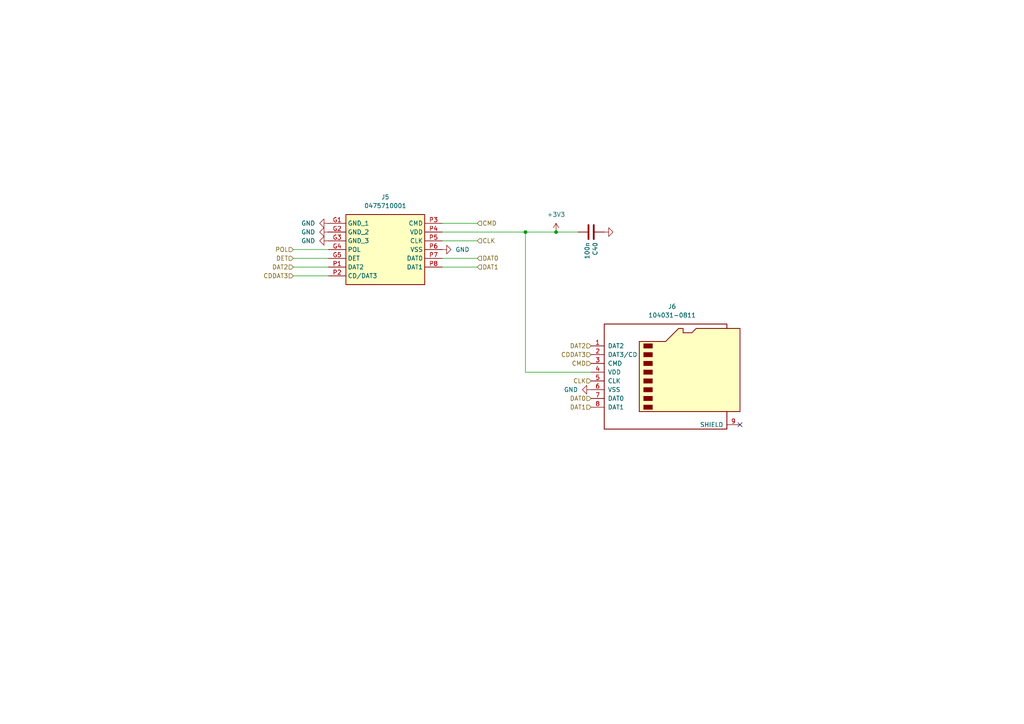
<source format=kicad_sch>
(kicad_sch (version 20250114) (generator "eeschema") (generator_version "9.0")
  (paper "A4")
  (title_block (title "${NAME} ${MODEL}") (date "2025-07-03") (rev "${VERSION}") (company "Mikhail Matveev") (comment 1 "https://github.com/rh1tech/echo"))
  (lib_symbols
    (symbol "Connector:Micro_SD_Card" (pin_names (offset 1.016))
      (property "Reference" "J" (at -16.51 15.24 0))
      (property "Value" "Micro_SD_Card" (at 16.51 15.24 0))
      (symbol "Micro_SD_Card_0_1"
        (polyline (pts (xy -8.89 -11.43) (xy -8.89 8.89) (xy -1.27 8.89) (xy 2.54 12.7) (xy 3.81 12.7) (xy 3.81 11.43) (xy 6.35 11.43) (xy 7.62 12.7) (xy 20.32 12.7) (xy 20.32 -11.43) (xy -8.89 -11.43)) (stroke (width 0.254)) (fill (type background)))
        (rectangle (start -7.62 8.255) (end -5.08 6.985) (fill (type outline)))
        (rectangle (start -7.62 5.715) (end -5.08 4.445) (fill (type outline)))
        (rectangle (start -7.62 3.175) (end -5.08 1.905) (fill (type outline)))
        (rectangle (start -7.62 0.635) (end -5.08 -0.635) (fill (type outline)))
        (rectangle (start -7.62 -1.905) (end -5.08 -3.175) (fill (type outline)))
        (rectangle (start -7.62 -4.445) (end -5.08 -5.715) (fill (type outline)))
        (rectangle (start -7.62 -6.985) (end -5.08 -8.255) (fill (type outline)))
        (rectangle (start -7.62 -9.525) (end -5.08 -10.795) (fill (type outline)))
        (polyline (pts (xy 16.51 12.7) (xy 16.51 13.97) (xy -19.05 13.97) (xy -19.05 -16.51) (xy 16.51 -16.51) (xy 16.51 -11.43)) (stroke (width 0.254)))
      )
      (symbol "Micro_SD_Card_1_1"
        (pin bidirectional line (at -22.86 7.62 0) (length 3.81) (name "DAT2") (number "1"))
        (pin bidirectional line (at -22.86 5.08 0) (length 3.81) (name "DAT3/CD") (number "2"))
        (pin input line (at -22.86 2.54 0) (length 3.81) (name "CMD") (number "3"))
        (pin power_in line (at -22.86 0 0) (length 3.81) (name "VDD") (number "4"))
        (pin input line (at -22.86 -2.54 0) (length 3.81) (name "CLK") (number "5"))
        (pin power_in line (at -22.86 -5.08 0) (length 3.81) (name "VSS") (number "6"))
        (pin bidirectional line (at -22.86 -7.62 0) (length 3.81) (name "DAT0") (number "7"))
        (pin bidirectional line (at -22.86 -10.16 0) (length 3.81) (name "DAT1") (number "8"))
        (pin passive line (at 20.32 -15.24 180) (length 3.81) (name "SHIELD") (number "9"))
      )
    )
    (symbol "Device:C" (pin_numbers (hide yes)) (pin_names (offset 0.254))
      (property "Reference" "C" (at 0.635 2.54 0))
      (property "Value" "C" (at 0.635 -2.54 0))
      (symbol "C_0_1"
        (polyline (pts (xy -2.032 0.762) (xy 2.032 0.762)) (stroke (width 0.508)))
        (polyline (pts (xy -2.032 -0.762) (xy 2.032 -0.762)) (stroke (width 0.508)))
      )
      (symbol "C_1_1"
        (pin passive line (at 0 3.81 270) (length 2.794) (name "~") (number "1"))
        (pin passive line (at 0 -3.81 90) (length 2.794) (name "~") (number "2"))
      )
    )
    (symbol "FRANK:MicroSD_Short"
      (property "Reference" "SD1" (at 16.51 7.62 0))
      (property "Value" "MicroSD_Short" (at 16.51 5.08 0))
      (symbol "MicroSD_Short_1_1"
        (rectangle (start 5.08 2.54) (end 27.94 -17.78) (stroke (width 0.254)) (fill (type background)))
        (pin passive line (at 0 0 0) (length 5.08) (name "GND_1") (number "G1"))
        (pin passive line (at 0 -2.54 0) (length 5.08) (name "GND_2") (number "G2"))
        (pin passive line (at 0 -5.08 0) (length 5.08) (name "GND_3") (number "G3"))
        (pin passive line (at 0 -7.62 0) (length 5.08) (name "POL") (number "G4"))
        (pin passive line (at 0 -10.16 0) (length 5.08) (name "DET") (number "G5"))
        (pin passive line (at 0 -12.7 0) (length 5.08) (name "DAT2") (number "P1"))
        (pin passive line (at 0 -15.24 0) (length 5.08) (name "CD/DAT3") (number "P2"))
        (pin passive line (at 33.02 0 180) (length 5.08) (name "CMD") (number "P3"))
        (pin passive line (at 33.02 -2.54 180) (length 5.08) (name "VDD") (number "P4"))
        (pin passive line (at 33.02 -5.08 180) (length 5.08) (name "CLK") (number "P5"))
        (pin passive line (at 33.02 -7.62 180) (length 5.08) (name "VSS") (number "P6"))
        (pin passive line (at 33.02 -10.16 180) (length 5.08) (name "DAT0") (number "P7"))
        (pin passive line (at 33.02 -12.7 180) (length 5.08) (name "DAT1") (number "P8"))
      )
    )
    (symbol "GND_1" (power) (pin_numbers (hide yes)) (pin_names (offset 0) (hide yes))
      (property "Value" "GND" (at 0 -3.81 0))
      (symbol "GND_1_0_1"
        (polyline (pts (xy 0 0) (xy 0 -1.27) (xy 1.27 -1.27) (xy 0 -2.54) (xy -1.27 -1.27) (xy 0 -1.27)))
      )
      (symbol "GND_1_1_1"
        (pin power_in line (at 0 0 270) (length 0) (name "~") (number "1"))
      )
    )
    (symbol "power:+3V3" (power) (pin_numbers (hide yes)) (pin_names (offset 0) (hide yes))
      (property "Value" "+3V3" (at 0 3.556 0))
      (symbol "+3V3_0_1"
        (polyline (pts (xy -0.762 1.27) (xy 0 2.54)))
        (polyline (pts (xy 0 2.54) (xy 0.762 1.27)))
        (polyline (pts (xy 0 0) (xy 0 2.54)))
      )
      (symbol "+3V3_1_1"
        (pin power_in line (at 0 0 90) (length 0) (name "~") (number "1"))
      )
    )
    (symbol "power:GND" (power) (pin_numbers (hide yes)) (pin_names (offset 0) (hide yes))
      (property "Value" "GND" (at 0 -3.81 0))
      (symbol "GND_0_1"
        (polyline (pts (xy 0 0) (xy 0 -1.27) (xy 1.27 -1.27) (xy 0 -2.54) (xy -1.27 -1.27) (xy 0 -1.27)))
      )
      (symbol "GND_1_1"
        (pin power_in line (at 0 0 270) (length 0) (name "~") (number "1"))
      )
    )
  )
  (junction (at 161.29 67.31))
  (junction (at 152.4 67.31))
  (no_connect (at 214.63 123.19))
  (wire (pts (xy 128.27 74.93) (xy 138.43 74.93)))
  (wire (pts (xy 152.4 107.95) (xy 152.4 67.31)))
  (wire (pts (xy 128.27 77.47) (xy 138.43 77.47)))
  (wire (pts (xy 85.09 80.01) (xy 95.25 80.01)))
  (wire (pts (xy 85.09 77.47) (xy 95.25 77.47)))
  (wire (pts (xy 128.27 64.77) (xy 138.43 64.77)))
  (wire (pts (xy 161.29 67.31) (xy 167.64 67.31)))
  (wire (pts (xy 128.27 69.85) (xy 138.43 69.85)))
  (wire (pts (xy 171.45 107.95) (xy 152.4 107.95)))
  (wire (pts (xy 85.09 72.39) (xy 95.25 72.39)))
  (wire (pts (xy 128.27 67.31) (xy 152.4 67.31)))
  (wire (pts (xy 152.4 67.31) (xy 161.29 67.31)))
  (wire (pts (xy 85.09 74.93) (xy 95.25 74.93)))
  (hierarchical_label "CLK" (shape input) (at 138.43 69.85 0))
  (hierarchical_label "DAT0" (shape input) (at 138.43 74.93 0))
  (hierarchical_label "CMD" (shape input) (at 171.45 105.41 180))
  (hierarchical_label "DAT1" (shape input) (at 138.43 77.47 0))
  (hierarchical_label "DAT2" (shape input) (at 171.45 100.33 180))
  (hierarchical_label "DET" (shape input) (at 85.09 74.93 180))
  (hierarchical_label "DAT0" (shape input) (at 171.45 115.57 180))
  (hierarchical_label "DAT1" (shape input) (at 171.45 118.11 180))
  (hierarchical_label "CDDAT3" (shape input) (at 171.45 102.87 180))
  (hierarchical_label "CDDAT3" (shape input) (at 85.09 80.01 180))
  (hierarchical_label "DAT2" (shape input) (at 85.09 77.47 180))
  (hierarchical_label "POL" (shape input) (at 85.09 72.39 180))
  (hierarchical_label "CLK" (shape input) (at 171.45 110.49 180))
  (hierarchical_label "CMD" (shape input) (at 138.43 64.77 0))
  (symbol (lib_id "Device:C") (at 171.45 67.31 270) (unit 1)
    (property "Reference" "C40" (at 172.6184 70.231 0) (effects (justify left)))
    (property "Value" "100n" (at 170.307 70.231 0) (effects (justify left)))
    (property "Footprint" "FRANK:Capacitor (0402)" (effects (hide yes)))
    (property "Datasheet" "https://eu.mouser.com/datasheet/2/40/KGM_X7R-3223212.pdf" (effects (hide yes)))
    (property "AliExpress" "https://www.aliexpress.com/item/33008008276.html" (effects (hide yes)))
  )
  (symbol (lib_id "power:+3V3") (at 161.29 67.31 0) (unit 1)
    (property "Reference" "#PWR078" (effects (hide yes)))
    (property "Value" "+3V3" (at 161.29 62.23 0))
    (property "Description" "Power symbol creates a global label with name \"+3V3\"" (effects (hide yes)))
  )
  (symbol (lib_id "power:GND") (at 175.26 67.31 90) (unit 1)
    (property "Reference" "#PWR079" (effects (hide yes)))
    (property "Value" "GND" (effects (hide yes)))
    (property "Description" "Power symbol creates a global label with name \"GND\" , ground" (effects (hide yes)))
  )
  (symbol (lib_name "GND_1") (lib_id "power:GND") (at 95.25 67.31 270) (unit 1)
    (property "Reference" "#PWR077" (effects (hide yes)))
    (property "Value" "GND" (at 91.44 67.3099 90) (effects (justify right)))
    (property "Description" "Power symbol creates a global label with name \"GND\" , ground" (effects (hide yes)))
  )
  (symbol (lib_id "FRANK:MicroSD_Short") (at 95.25 64.77 0) (unit 1)
    (property "Reference" "J5" (at 111.76 57.15 0))
    (property "Value" "0475710001" (at 111.76 59.69 0))
    (property "Footprint" "FRANK:MicroSD (SMD, short)" (effects (hide yes)))
    (property "Datasheet" "https://componentsearchengine.com/Datasheets/2/47571-0001.pdf" (effects (hide yes)))
    (property "Description" "Memory Card Connectors ASSY FOR TFR HEADER HEADER W/DETECT PIN" (effects (hide yes)))
    (property "Height" "2.3" (effects (hide yes)))
    (property "Mouser Part Number" "538-47571-0001" (effects (hide yes)))
    (property "Mouser Price/Stock" "https://www.mouser.co.uk/ProductDetail/Molex/47571-0001?qs=qM7ngqbhX5UTJOg9nqKLJQ%3D%3D" (effects (hide yes)))
    (property "Manufacturer_Name" "Molex" (effects (hide yes)))
    (property "Manufacturer_Part_Number" "47571-0001" (effects (hide yes)))
    (property "AliExpress" "https://www.aliexpress.com/item/1005005302426366.html" (effects (hide yes)))
  )
  (symbol (lib_name "GND_1") (lib_id "power:GND") (at 128.27 72.39 90) (unit 1)
    (property "Reference" "#PWR081" (effects (hide yes)))
    (property "Value" "GND" (at 132.08 72.3899 90) (effects (justify right)))
    (property "Description" "Power symbol creates a global label with name \"GND\" , ground" (effects (hide yes)))
  )
  (symbol (lib_id "power:GND") (at 171.45 113.03 270) (unit 1)
    (property "Reference" "#PWR082" (effects (hide yes)))
    (property "Value" "GND" (at 167.64 113.0299 90) (effects (justify right)))
  )
  (symbol (lib_id "Connector:Micro_SD_Card") (at 194.31 107.95 0) (unit 1)
    (property "Reference" "J6" (at 194.945 88.9 0))
    (property "Value" "104031-0811" (at 194.945 91.44 0))
    (property "Footprint" "FRANK:MicroSD (SMD, long)" (effects (hide yes)))
    (property "Datasheet" "https://www.we-online.com/components/products/datasheet/693072010801.pdf" (effects (hide yes)))
    (property "Description" "Micro SD Card Socket" (effects (hide yes)))
    (property "AliExpress" "https://www.aliexpress.com/item/1005004214252441.html" (effects (hide yes)))
  )
  (symbol (lib_name "GND_1") (lib_id "power:GND") (at 95.25 69.85 270) (unit 1)
    (property "Reference" "#PWR080" (effects (hide yes)))
    (property "Value" "GND" (at 91.44 69.8499 90) (effects (justify right)))
    (property "Description" "Power symbol creates a global label with name \"GND\" , ground" (effects (hide yes)))
  )
  (symbol (lib_name "GND_1") (lib_id "power:GND") (at 95.25 64.77 270) (unit 1)
    (property "Reference" "#PWR076" (effects (hide yes)))
    (property "Value" "GND" (at 91.44 64.7699 90) (effects (justify right)))
    (property "Description" "Power symbol creates a global label with name \"GND\" , ground" (effects (hide yes)))
  )
)
</source>
